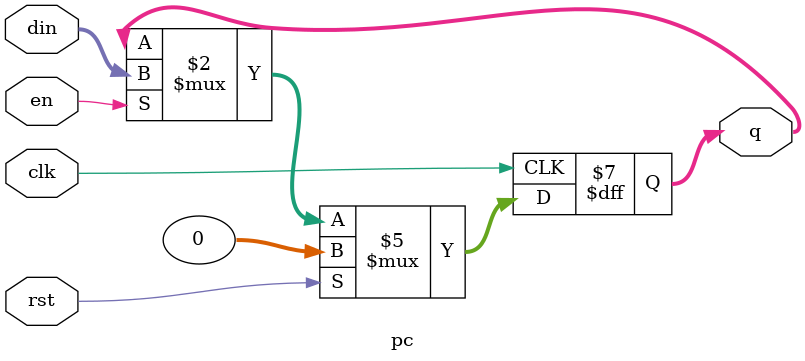
<source format=v>
`timescale 1ns / 1ps

module pc(
    input clk,
    input rst,
    input en,
    input [31:0] din,
    output reg [31:0] q
    );

    reg cnt;
    always@(posedge clk)
    begin
        if(rst) 
            q <= 32'b0;
        else if(en)
            q <= din;
        else ;              
    end
endmodule

</source>
